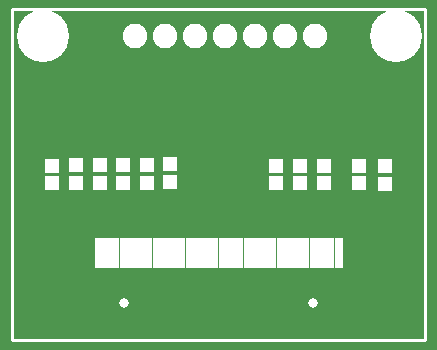
<source format=gbs>
G04 EAGLE Gerber RS-274X export*
G75*
%MOMM*%
%FSLAX34Y34*%
%LPD*%
%INSoldermask Bottom*%
%IPNEG*%
%AMOC8*
5,1,8,0,0,1.08239X$1,22.5*%
G01*
%ADD10R,0.756400X2.606400*%
%ADD11C,0.806400*%
%ADD12R,1.306400X1.306400*%
%ADD13C,2.082800*%
%ADD14C,4.422400*%
%ADD15C,0.254000*%


D10*
X73509Y73927D03*
X80509Y73927D03*
X87509Y73927D03*
X94509Y73927D03*
X101509Y73927D03*
X108509Y73927D03*
X115509Y73927D03*
X122509Y73927D03*
X129509Y73927D03*
X136509Y73927D03*
X143509Y73927D03*
X150509Y73927D03*
X157509Y73927D03*
X164509Y73927D03*
X171509Y73927D03*
X178509Y73927D03*
X185509Y73927D03*
X192509Y73927D03*
X199509Y73927D03*
X206509Y73927D03*
X213509Y73927D03*
X220509Y73927D03*
X227509Y73927D03*
X234509Y73927D03*
X241509Y73927D03*
X248509Y73927D03*
X255509Y73927D03*
X262509Y73927D03*
X269509Y73927D03*
X276509Y73927D03*
D11*
X95009Y31427D03*
X255009Y31427D03*
D12*
X114403Y148089D03*
X114403Y133089D03*
X134101Y133732D03*
X134101Y148732D03*
X223998Y132754D03*
X223998Y147754D03*
X244141Y132820D03*
X244141Y147820D03*
X264260Y147859D03*
X264260Y132859D03*
X33979Y147683D03*
X33979Y132683D03*
X54334Y148081D03*
X54334Y133081D03*
X315901Y147321D03*
X315901Y132321D03*
X93861Y133164D03*
X93861Y148164D03*
X293951Y147859D03*
X293951Y132859D03*
X74272Y133068D03*
X74272Y148068D03*
D13*
X104450Y257337D03*
X129850Y257337D03*
X155250Y257337D03*
X180650Y257337D03*
X206050Y257337D03*
X231450Y257337D03*
X256850Y257337D03*
D14*
X25904Y257164D03*
X324982Y257164D03*
D15*
X0Y0D02*
X350000Y0D01*
X350000Y280000D01*
X0Y280000D01*
X0Y0D01*
M02*

</source>
